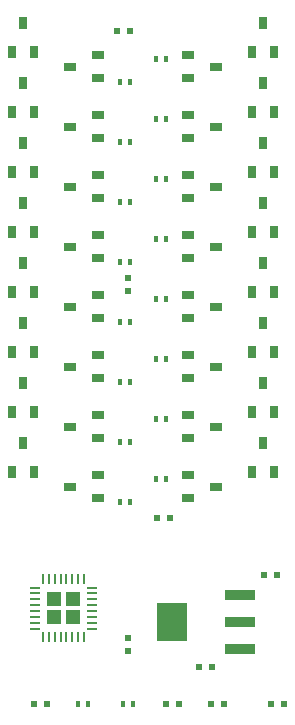
<source format=gbr>
%TF.GenerationSoftware,KiCad,Pcbnew,(6.0.4)*%
%TF.CreationDate,2022-08-30T15:40:43-04:00*%
%TF.ProjectId,eVolver_pwm,65566f6c-7665-4725-9f70-776d2e6b6963,rev?*%
%TF.SameCoordinates,Original*%
%TF.FileFunction,Paste,Top*%
%TF.FilePolarity,Positive*%
%FSLAX46Y46*%
G04 Gerber Fmt 4.6, Leading zero omitted, Abs format (unit mm)*
G04 Created by KiCad (PCBNEW (6.0.4)) date 2022-08-30 15:40:43*
%MOMM*%
%LPD*%
G01*
G04 APERTURE LIST*
G04 Aperture macros list*
%AMRoundRect*
0 Rectangle with rounded corners*
0 $1 Rounding radius*
0 $2 $3 $4 $5 $6 $7 $8 $9 X,Y pos of 4 corners*
0 Add a 4 corners polygon primitive as box body*
4,1,4,$2,$3,$4,$5,$6,$7,$8,$9,$2,$3,0*
0 Add four circle primitives for the rounded corners*
1,1,$1+$1,$2,$3*
1,1,$1+$1,$4,$5*
1,1,$1+$1,$6,$7*
1,1,$1+$1,$8,$9*
0 Add four rect primitives between the rounded corners*
20,1,$1+$1,$2,$3,$4,$5,0*
20,1,$1+$1,$4,$5,$6,$7,0*
20,1,$1+$1,$6,$7,$8,$9,0*
20,1,$1+$1,$8,$9,$2,$3,0*%
G04 Aperture macros list end*
%ADD10RoundRect,0.250000X-0.375000X0.375000X-0.375000X-0.375000X0.375000X-0.375000X0.375000X0.375000X0*%
%ADD11RoundRect,0.062500X-0.062500X0.375000X-0.062500X-0.375000X0.062500X-0.375000X0.062500X0.375000X0*%
%ADD12RoundRect,0.062500X-0.375000X0.062500X-0.375000X-0.062500X0.375000X-0.062500X0.375000X0.062500X0*%
%ADD13R,0.400000X0.600000*%
%ADD14R,0.800000X1.000000*%
%ADD15R,0.600000X0.500000*%
%ADD16R,0.500000X0.600000*%
%ADD17R,2.500000X3.300000*%
%ADD18R,2.500000X0.950000*%
%ADD19R,1.000000X0.800000*%
G04 APERTURE END LIST*
D10*
%TO.C,U2*%
X164224000Y-122822000D03*
X164224000Y-121272000D03*
X162674000Y-121272000D03*
X162674000Y-122822000D03*
D11*
X165199000Y-119609500D03*
X164699000Y-119609500D03*
X164199000Y-119609500D03*
X163699000Y-119609500D03*
X163199000Y-119609500D03*
X162699000Y-119609500D03*
X162199000Y-119609500D03*
X161699000Y-119609500D03*
D12*
X161011500Y-120297000D03*
X161011500Y-120797000D03*
X161011500Y-121297000D03*
X161011500Y-121797000D03*
X161011500Y-122297000D03*
X161011500Y-122797000D03*
X161011500Y-123297000D03*
X161011500Y-123797000D03*
D11*
X161699000Y-124484500D03*
X162199000Y-124484500D03*
X162699000Y-124484500D03*
X163199000Y-124484500D03*
X163699000Y-124484500D03*
X164199000Y-124484500D03*
X164699000Y-124484500D03*
X165199000Y-124484500D03*
D12*
X165886500Y-123797000D03*
X165886500Y-123297000D03*
X165886500Y-122797000D03*
X165886500Y-122297000D03*
X165886500Y-121797000D03*
X165886500Y-121297000D03*
X165886500Y-120797000D03*
X165886500Y-120297000D03*
%TD*%
D13*
%TO.C,R8*%
X171254000Y-90805000D03*
X172154000Y-90805000D03*
%TD*%
D14*
%TO.C,D3*%
X159070000Y-80010000D03*
X160020000Y-77610000D03*
X160970000Y-80010000D03*
%TD*%
D13*
%TO.C,R3*%
X169106000Y-82550000D03*
X168206000Y-82550000D03*
%TD*%
D15*
%TO.C,C1*%
X169079000Y-73152000D03*
X167979000Y-73152000D03*
%TD*%
D16*
%TO.C,C2*%
X168910000Y-125645000D03*
X168910000Y-124545000D03*
%TD*%
D15*
%TO.C,C3*%
X180425000Y-119253000D03*
X181525000Y-119253000D03*
%TD*%
%TO.C,C4*%
X174964000Y-127000000D03*
X176064000Y-127000000D03*
%TD*%
D13*
%TO.C,R1*%
X169106000Y-77470000D03*
X168206000Y-77470000D03*
%TD*%
%TO.C,R2*%
X171254000Y-75565000D03*
X172154000Y-75565000D03*
%TD*%
%TO.C,R4*%
X171254000Y-80645000D03*
X172154000Y-80645000D03*
%TD*%
%TO.C,R5*%
X169106000Y-87630000D03*
X168206000Y-87630000D03*
%TD*%
%TO.C,R6*%
X171254000Y-85725000D03*
X172154000Y-85725000D03*
%TD*%
%TO.C,R7*%
X169106000Y-92710000D03*
X168206000Y-92710000D03*
%TD*%
%TO.C,R9*%
X169106000Y-97790000D03*
X168206000Y-97790000D03*
%TD*%
%TO.C,R10*%
X171254000Y-95885000D03*
X172154000Y-95885000D03*
%TD*%
%TO.C,R11*%
X169106000Y-102870000D03*
X168206000Y-102870000D03*
%TD*%
%TO.C,R12*%
X171254000Y-100965000D03*
X172154000Y-100965000D03*
%TD*%
%TO.C,R13*%
X169106000Y-107950000D03*
X168206000Y-107950000D03*
%TD*%
%TO.C,R14*%
X171254000Y-106045000D03*
X172154000Y-106045000D03*
%TD*%
%TO.C,R15*%
X169106000Y-113030000D03*
X168206000Y-113030000D03*
%TD*%
%TO.C,R16*%
X171254000Y-111125000D03*
X172154000Y-111125000D03*
%TD*%
%TO.C,R17*%
X168460000Y-130175000D03*
X169360000Y-130175000D03*
%TD*%
D17*
%TO.C,U1*%
X172635000Y-123190000D03*
D18*
X178435000Y-123190000D03*
X178435000Y-120890000D03*
X178435000Y-125490000D03*
%TD*%
D14*
%TO.C,D1*%
X159070000Y-74930000D03*
X160020000Y-72530000D03*
X160970000Y-74930000D03*
%TD*%
%TO.C,D2*%
X179390000Y-74930000D03*
X180340000Y-72530000D03*
X181290000Y-74930000D03*
%TD*%
%TO.C,D5*%
X159070000Y-85090000D03*
X160020000Y-82690000D03*
X160970000Y-85090000D03*
%TD*%
%TO.C,D6*%
X179390000Y-85090000D03*
X180340000Y-82690000D03*
X181290000Y-85090000D03*
%TD*%
%TO.C,D7*%
X159070000Y-90170000D03*
X160020000Y-87770000D03*
X160970000Y-90170000D03*
%TD*%
%TO.C,D8*%
X179390000Y-90170000D03*
X180340000Y-87770000D03*
X181290000Y-90170000D03*
%TD*%
%TO.C,D9*%
X159070000Y-95250000D03*
X160020000Y-92850000D03*
X160970000Y-95250000D03*
%TD*%
%TO.C,D10*%
X179390000Y-95250000D03*
X180340000Y-92850000D03*
X181290000Y-95250000D03*
%TD*%
%TO.C,D11*%
X159070000Y-100330000D03*
X160020000Y-97930000D03*
X160970000Y-100330000D03*
%TD*%
%TO.C,D12*%
X179390000Y-100330000D03*
X180340000Y-97930000D03*
X181290000Y-100330000D03*
%TD*%
%TO.C,D13*%
X159070000Y-105410000D03*
X160020000Y-103010000D03*
X160970000Y-105410000D03*
%TD*%
%TO.C,D15*%
X159070000Y-110490000D03*
X160020000Y-108090000D03*
X160970000Y-110490000D03*
%TD*%
%TO.C,D16*%
X179390000Y-110490000D03*
X180340000Y-108090000D03*
X181290000Y-110490000D03*
%TD*%
D19*
%TO.C,Q1*%
X166370000Y-77150000D03*
X163970000Y-76200000D03*
X166370000Y-75250000D03*
%TD*%
%TO.C,Q2*%
X173990000Y-75250000D03*
X176390000Y-76200000D03*
X173990000Y-77150000D03*
%TD*%
%TO.C,Q3*%
X166370000Y-82230000D03*
X163970000Y-81280000D03*
X166370000Y-80330000D03*
%TD*%
%TO.C,Q4*%
X173990000Y-80330000D03*
X176390000Y-81280000D03*
X173990000Y-82230000D03*
%TD*%
%TO.C,Q5*%
X166370000Y-87310000D03*
X163970000Y-86360000D03*
X166370000Y-85410000D03*
%TD*%
%TO.C,Q6*%
X173990000Y-85410000D03*
X176390000Y-86360000D03*
X173990000Y-87310000D03*
%TD*%
%TO.C,Q7*%
X166370000Y-92390000D03*
X163970000Y-91440000D03*
X166370000Y-90490000D03*
%TD*%
%TO.C,Q8*%
X173990000Y-90490000D03*
X176390000Y-91440000D03*
X173990000Y-92390000D03*
%TD*%
%TO.C,Q9*%
X166370000Y-97470000D03*
X163970000Y-96520000D03*
X166370000Y-95570000D03*
%TD*%
%TO.C,Q10*%
X173990000Y-95570000D03*
X176390000Y-96520000D03*
X173990000Y-97470000D03*
%TD*%
%TO.C,Q11*%
X166370000Y-102550000D03*
X163970000Y-101600000D03*
X166370000Y-100650000D03*
%TD*%
%TO.C,Q12*%
X173990000Y-100650000D03*
X176390000Y-101600000D03*
X173990000Y-102550000D03*
%TD*%
%TO.C,Q13*%
X166370000Y-107630000D03*
X163970000Y-106680000D03*
X166370000Y-105730000D03*
%TD*%
%TO.C,Q14*%
X173990000Y-105730000D03*
X176390000Y-106680000D03*
X173990000Y-107630000D03*
%TD*%
%TO.C,Q15*%
X166370000Y-112710000D03*
X163970000Y-111760000D03*
X166370000Y-110810000D03*
%TD*%
%TO.C,Q16*%
X173990000Y-110810000D03*
X176390000Y-111760000D03*
X173990000Y-112710000D03*
%TD*%
D15*
%TO.C,C5*%
X162094000Y-130175000D03*
X160994000Y-130175000D03*
%TD*%
D14*
%TO.C,D4*%
X179390000Y-80010000D03*
X180340000Y-77610000D03*
X181290000Y-80010000D03*
%TD*%
D15*
%TO.C,C6*%
X172170000Y-130175000D03*
X173270000Y-130175000D03*
%TD*%
%TO.C,C7*%
X182160000Y-130175000D03*
X181060000Y-130175000D03*
%TD*%
%TO.C,C8*%
X175980000Y-130175000D03*
X177080000Y-130175000D03*
%TD*%
%TO.C,C9*%
X171408000Y-114427000D03*
X172508000Y-114427000D03*
%TD*%
D14*
%TO.C,D14*%
X179390000Y-105410000D03*
X180340000Y-103010000D03*
X181290000Y-105410000D03*
%TD*%
D13*
%TO.C,R18*%
X165550000Y-130175000D03*
X164650000Y-130175000D03*
%TD*%
D16*
%TO.C,C10*%
X168910000Y-95165000D03*
X168910000Y-94065000D03*
%TD*%
M02*

</source>
